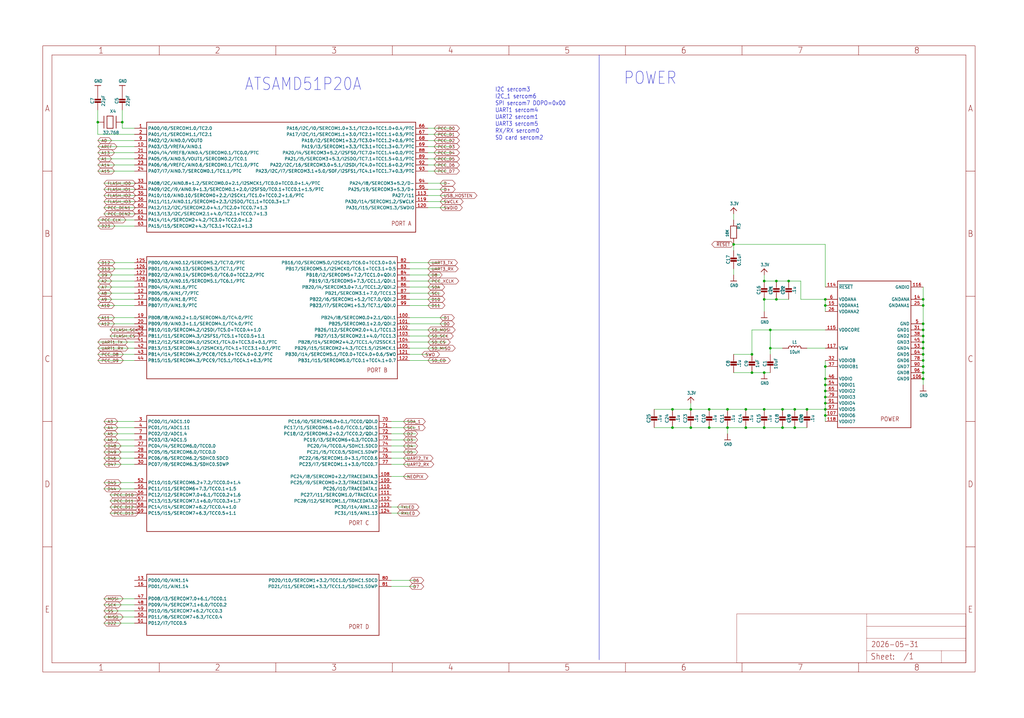
<source format=kicad_sch>
(kicad_sch (version 20230121) (generator eeschema)
  (paper "User" 425.45 298.602)
  (junction (at 312.42 154.94))
  (junction (at 383.54 137.16))
  (junction (at 294.64 170.18))
  (junction (at 322.58 124.46))
  (junction (at 287.02 177.8))
  (junction (at 302.26 177.8))
  (junction (at 383.54 147.32))
  (junction (at 317.5 154.94))
  (junction (at 342.9 167.64))
  (junction (at 317.5 170.18))
  (junction (at 279.4 177.8))
  (junction (at 317.5 177.8))
  (junction (at 304.8 101.6))
  (junction (at 312.42 147.32))
  (junction (at 342.9 165.1))
  (junction (at 330.2 177.8))
  (junction (at 342.9 124.46))
  (junction (at 50.8 50.8))
  (junction (at 320.04 144.78))
  (junction (at 383.54 139.7))
  (junction (at 309.88 177.8))
  (junction (at 383.54 134.62))
  (junction (at 302.26 170.18))
  (junction (at 342.9 152.4))
  (junction (at 40.64 50.8))
  (junction (at 320.04 137.16))
  (junction (at 342.9 157.48))
  (junction (at 342.9 162.56))
  (junction (at 335.28 170.18))
  (junction (at 330.2 170.18))
  (junction (at 325.12 170.18))
  (junction (at 325.12 177.8))
  (junction (at 383.54 124.46))
  (junction (at 383.54 144.78))
  (junction (at 317.5 116.84))
  (junction (at 327.66 116.84))
  (junction (at 342.9 160.02))
  (junction (at 322.58 116.84))
  (junction (at 309.88 170.18))
  (junction (at 294.64 177.8))
  (junction (at 383.54 127))
  (junction (at 383.54 142.24))
  (junction (at 342.9 172.72))
  (junction (at 383.54 149.86))
  (junction (at 383.54 154.94))
  (junction (at 383.54 152.4))
  (junction (at 317.5 124.46))
  (junction (at 342.9 127))
  (junction (at 383.54 157.48))
  (junction (at 279.4 170.18))
  (junction (at 342.9 170.18))
  (junction (at 287.02 170.18))
  (wire (pts (xy 327.66 124.46) (xy 322.58 124.46)) (stroke (width 0.1524)))
  (wire (pts (xy 55.88 111.76) (xy 40.64 111.76)) (stroke (width 0.1524)))
  (wire (pts (xy 170.18 132.08) (xy 185.42 132.08)) (stroke (width 0.1524)))
  (wire (pts (xy 177.8 78.74) (xy 185.42 78.74)) (stroke (width 0.1524)))
  (wire (pts (xy 304.8 114.3) (xy 304.8 111.76)) (stroke (width 0.1524)))
  (wire (pts (xy 43.18 177.8) (xy 55.88 177.8)) (stroke (width 0.1524)))
  (wire (pts (xy 43.18 88.9) (xy 55.88 88.9)) (stroke (width 0.1524)))
  (wire (pts (xy 177.8 71.12) (xy 185.42 71.12)) (stroke (width 0.1524)))
  (wire (pts (xy 43.18 180.34) (xy 55.88 180.34)) (stroke (width 0.1524)))
  (wire (pts (xy 55.88 91.44) (xy 40.64 91.44)) (stroke (width 0.1524)))
  (wire (pts (xy 162.56 210.82) (xy 170.18 210.82)) (stroke (width 0.1524)))
  (wire (pts (xy 55.88 144.78) (xy 40.64 144.78)) (stroke (width 0.1524)))
  (wire (pts (xy 279.4 177.8) (xy 271.78 177.8)) (stroke (width 0.1524)))
  (wire (pts (xy 302.26 180.34) (xy 302.26 177.8)) (stroke (width 0.1524)))
  (wire (pts (xy 177.8 76.2) (xy 185.42 76.2)) (stroke (width 0.1524)))
  (wire (pts (xy 55.88 200.66) (xy 43.18 200.66)) (stroke (width 0.1524)))
  (wire (pts (xy 170.18 139.7) (xy 185.42 139.7)) (stroke (width 0.1524)))
  (wire (pts (xy 383.54 134.62) (xy 383.54 127)) (stroke (width 0.1524)))
  (wire (pts (xy 55.88 114.3) (xy 40.64 114.3)) (stroke (width 0.1524)))
  (wire (pts (xy 40.64 121.92) (xy 55.88 121.92)) (stroke (width 0.1524)))
  (wire (pts (xy 317.5 114.3) (xy 317.5 116.84)) (stroke (width 0.1524)))
  (wire (pts (xy 55.88 81.28) (xy 43.18 81.28)) (stroke (width 0.1524)))
  (wire (pts (xy 177.8 66.04) (xy 187.96 66.04)) (stroke (width 0.1524)))
  (wire (pts (xy 342.9 137.16) (xy 320.04 137.16)) (stroke (width 0.1524)))
  (wire (pts (xy 162.56 243.84) (xy 172.72 243.84)) (stroke (width 0.1524)))
  (wire (pts (xy 55.88 83.82) (xy 43.18 83.82)) (stroke (width 0.1524)))
  (wire (pts (xy 383.54 147.32) (xy 383.54 144.78)) (stroke (width 0.1524)))
  (wire (pts (xy 170.18 127) (xy 182.88 127)) (stroke (width 0.1524)))
  (wire (pts (xy 317.5 124.46) (xy 317.5 129.54)) (stroke (width 0.1524)))
  (wire (pts (xy 342.9 162.56) (xy 342.9 165.1)) (stroke (width 0.1524)))
  (wire (pts (xy 55.88 187.96) (xy 43.18 187.96)) (stroke (width 0.1524)))
  (wire (pts (xy 55.88 185.42) (xy 43.18 185.42)) (stroke (width 0.1524)))
  (wire (pts (xy 162.56 193.04) (xy 170.18 193.04)) (stroke (width 0.1524)))
  (wire (pts (xy 330.2 177.8) (xy 335.28 177.8)) (stroke (width 0.1524)))
  (wire (pts (xy 170.18 142.24) (xy 185.42 142.24)) (stroke (width 0.1524)))
  (wire (pts (xy 342.9 129.54) (xy 342.9 127)) (stroke (width 0.1524)))
  (wire (pts (xy 55.88 210.82) (xy 45.72 210.82)) (stroke (width 0.1524)))
  (wire (pts (xy 170.18 119.38) (xy 182.88 119.38)) (stroke (width 0.1524)))
  (wire (pts (xy 55.88 63.5) (xy 40.64 63.5)) (stroke (width 0.1524)))
  (wire (pts (xy 162.56 241.3) (xy 172.72 241.3)) (stroke (width 0.1524)))
  (wire (pts (xy 162.56 213.36) (xy 170.18 213.36)) (stroke (width 0.1524)))
  (wire (pts (xy 40.64 71.12) (xy 55.88 71.12)) (stroke (width 0.1524)))
  (wire (pts (xy 55.88 205.74) (xy 45.72 205.74)) (stroke (width 0.1524)))
  (wire (pts (xy 177.8 83.82) (xy 185.42 83.82)) (stroke (width 0.1524)))
  (wire (pts (xy 170.18 134.62) (xy 185.42 134.62)) (stroke (width 0.1524)))
  (wire (pts (xy 55.88 66.04) (xy 40.64 66.04)) (stroke (width 0.1524)))
  (wire (pts (xy 170.18 137.16) (xy 185.42 137.16)) (stroke (width 0.1524)))
  (wire (pts (xy 55.88 68.58) (xy 40.64 68.58)) (stroke (width 0.1524)))
  (wire (pts (xy 287.02 170.18) (xy 294.64 170.18)) (stroke (width 0.1524)))
  (wire (pts (xy 342.9 160.02) (xy 342.9 162.56)) (stroke (width 0.1524)))
  (wire (pts (xy 162.56 187.96) (xy 172.72 187.96)) (stroke (width 0.1524)))
  (wire (pts (xy 294.64 177.8) (xy 302.26 177.8)) (stroke (width 0.1524)))
  (wire (pts (xy 170.18 147.32) (xy 177.8 147.32)) (stroke (width 0.1524)))
  (wire (pts (xy 177.8 63.5) (xy 187.96 63.5)) (stroke (width 0.1524)))
  (wire (pts (xy 335.28 170.18) (xy 330.2 170.18)) (stroke (width 0.1524)))
  (wire (pts (xy 187.96 55.88) (xy 177.8 55.88)) (stroke (width 0.1524)))
  (wire (pts (xy 383.54 154.94) (xy 383.54 152.4)) (stroke (width 0.1524)))
  (wire (pts (xy 287.02 167.64) (xy 287.02 170.18)) (stroke (width 0.1524)))
  (wire (pts (xy 55.88 139.7) (xy 45.72 139.7)) (stroke (width 0.1524)))
  (wire (pts (xy 304.8 101.6) (xy 342.9 101.6)) (stroke (width 0.1524)))
  (wire (pts (xy 312.42 154.94) (xy 317.5 154.94)) (stroke (width 0.1524)))
  (wire (pts (xy 302.26 177.8) (xy 309.88 177.8)) (stroke (width 0.1524)))
  (wire (pts (xy 170.18 121.92) (xy 182.88 121.92)) (stroke (width 0.1524)))
  (wire (pts (xy 162.56 175.26) (xy 172.72 175.26)) (stroke (width 0.1524)))
  (wire (pts (xy 342.9 144.78) (xy 335.28 144.78)) (stroke (width 0.1524)))
  (wire (pts (xy 55.88 248.92) (xy 43.18 248.92)) (stroke (width 0.1524)))
  (wire (pts (xy 55.88 93.98) (xy 40.64 93.98)) (stroke (width 0.1524)))
  (wire (pts (xy 287.02 170.18) (xy 279.4 170.18)) (stroke (width 0.1524)))
  (wire (pts (xy 383.54 157.48) (xy 383.54 154.94)) (stroke (width 0.1524)))
  (wire (pts (xy 279.4 170.18) (xy 271.78 170.18)) (stroke (width 0.1524)))
  (wire (pts (xy 40.64 50.8) (xy 40.64 45.72)) (stroke (width 0.1524)))
  (wire (pts (xy 342.9 170.18) (xy 342.9 172.72)) (stroke (width 0.1524)))
  (wire (pts (xy 325.12 170.18) (xy 330.2 170.18)) (stroke (width 0.1524)))
  (wire (pts (xy 335.28 170.18) (xy 342.9 170.18)) (stroke (width 0.1524)))
  (wire (pts (xy 55.88 254) (xy 43.18 254)) (stroke (width 0.1524)))
  (wire (pts (xy 342.9 165.1) (xy 342.9 167.64)) (stroke (width 0.1524)))
  (wire (pts (xy 162.56 185.42) (xy 172.72 185.42)) (stroke (width 0.1524)))
  (wire (pts (xy 177.8 81.28) (xy 185.42 81.28)) (stroke (width 0.1524)))
  (wire (pts (xy 304.8 88.9) (xy 304.8 91.44)) (stroke (width 0.1524)))
  (wire (pts (xy 43.18 175.26) (xy 55.88 175.26)) (stroke (width 0.1524)))
  (wire (pts (xy 170.18 124.46) (xy 182.88 124.46)) (stroke (width 0.1524)))
  (wire (pts (xy 327.66 116.84) (xy 322.58 116.84)) (stroke (width 0.1524)))
  (wire (pts (xy 55.88 213.36) (xy 45.72 213.36)) (stroke (width 0.1524)))
  (wire (pts (xy 320.04 137.16) (xy 312.42 137.16)) (stroke (width 0.1524)))
  (wire (pts (xy 320.04 144.78) (xy 320.04 147.32)) (stroke (width 0.1524)))
  (wire (pts (xy 383.54 142.24) (xy 383.54 139.7)) (stroke (width 0.1524)))
  (wire (pts (xy 162.56 198.12) (xy 170.18 198.12)) (stroke (width 0.1524)))
  (wire (pts (xy 287.02 177.8) (xy 279.4 177.8)) (stroke (width 0.1524)))
  (wire (pts (xy 55.88 58.42) (xy 40.64 58.42)) (stroke (width 0.1524)))
  (wire (pts (xy 170.18 114.3) (xy 182.88 114.3)) (stroke (width 0.1524)))
  (wire (pts (xy 55.88 78.74) (xy 43.18 78.74)) (stroke (width 0.1524)))
  (wire (pts (xy 170.18 144.78) (xy 185.42 144.78)) (stroke (width 0.1524)))
  (wire (pts (xy 383.54 127) (xy 383.54 124.46)) (stroke (width 0.1524)))
  (wire (pts (xy 55.88 149.86) (xy 40.64 149.86)) (stroke (width 0.1524)))
  (wire (pts (xy 332.74 116.84) (xy 327.66 116.84)) (stroke (width 0.1524)))
  (wire (pts (xy 40.64 127) (xy 55.88 127)) (stroke (width 0.1524)))
  (wire (pts (xy 55.88 55.88) (xy 40.64 55.88)) (stroke (width 0.1524)))
  (wire (pts (xy 55.88 190.5) (xy 43.18 190.5)) (stroke (width 0.1524)))
  (wire (pts (xy 342.9 167.64) (xy 342.9 170.18)) (stroke (width 0.1524)))
  (wire (pts (xy 294.64 177.8) (xy 287.02 177.8)) (stroke (width 0.1524)))
  (wire (pts (xy 170.18 116.84) (xy 182.88 116.84)) (stroke (width 0.1524)))
  (wire (pts (xy 55.88 53.34) (xy 50.8 53.34)) (stroke (width 0.1524)))
  (wire (pts (xy 162.56 190.5) (xy 170.18 190.5)) (stroke (width 0.1524)))
  (wire (pts (xy 162.56 180.34) (xy 172.72 180.34)) (stroke (width 0.1524)))
  (wire (pts (xy 162.56 177.8) (xy 172.72 177.8)) (stroke (width 0.1524)))
  (wire (pts (xy 55.88 193.04) (xy 43.18 193.04)) (stroke (width 0.1524)))
  (wire (pts (xy 342.9 152.4) (xy 342.9 157.48)) (stroke (width 0.1524)))
  (wire (pts (xy 177.8 86.36) (xy 185.42 86.36)) (stroke (width 0.1524)))
  (wire (pts (xy 162.56 182.88) (xy 172.72 182.88)) (stroke (width 0.1524)))
  (wire (pts (xy 342.9 149.86) (xy 342.9 152.4)) (stroke (width 0.1524)))
  (wire (pts (xy 383.54 139.7) (xy 383.54 137.16)) (stroke (width 0.1524)))
  (wire (pts (xy 304.8 104.14) (xy 304.8 101.6)) (stroke (width 0.1524)))
  (wire (pts (xy 40.64 132.08) (xy 55.88 132.08)) (stroke (width 0.1524)))
  (wire (pts (xy 187.96 58.42) (xy 177.8 58.42)) (stroke (width 0.1524)))
  (wire (pts (xy 177.8 68.58) (xy 185.42 68.58)) (stroke (width 0.1524)))
  (wire (pts (xy 40.64 124.46) (xy 55.88 124.46)) (stroke (width 0.1524)))
  (wire (pts (xy 342.9 172.72) (xy 342.9 175.26)) (stroke (width 0.1524)))
  (wire (pts (xy 55.88 251.46) (xy 43.18 251.46)) (stroke (width 0.1524)))
  (wire (pts (xy 317.5 170.18) (xy 309.88 170.18)) (stroke (width 0.1524)))
  (wire (pts (xy 55.88 76.2) (xy 43.18 76.2)) (stroke (width 0.1524)))
  (wire (pts (xy 55.88 60.96) (xy 40.64 60.96)) (stroke (width 0.1524)))
  (wire (pts (xy 383.54 137.16) (xy 383.54 134.62)) (stroke (width 0.1524)))
  (wire (pts (xy 325.12 144.78) (xy 320.04 144.78)) (stroke (width 0.1524)))
  (wire (pts (xy 317.5 177.8) (xy 325.12 177.8)) (stroke (width 0.1524)))
  (wire (pts (xy 302.26 170.18) (xy 309.88 170.18)) (stroke (width 0.1524)))
  (wire (pts (xy 55.88 142.24) (xy 40.64 142.24)) (stroke (width 0.1524)))
  (wire (pts (xy 320.04 137.16) (xy 320.04 144.78)) (stroke (width 0.1524)))
  (wire (pts (xy 342.9 124.46) (xy 332.74 124.46)) (stroke (width 0.1524)))
  (wire (pts (xy 43.18 182.88) (xy 55.88 182.88)) (stroke (width 0.1524)))
  (wire (pts (xy 43.18 86.36) (xy 55.88 86.36)) (stroke (width 0.1524)))
  (wire (pts (xy 187.96 53.34) (xy 177.8 53.34)) (stroke (width 0.1524)))
  (wire (pts (xy 170.18 109.22) (xy 182.88 109.22)) (stroke (width 0.1524)))
  (wire (pts (xy 309.88 177.8) (xy 317.5 177.8)) (stroke (width 0.1524)))
  (wire (pts (xy 55.88 147.32) (xy 40.64 147.32)) (stroke (width 0.1524)))
  (wire (pts (xy 383.54 124.46) (xy 383.54 119.38)) (stroke (width 0.1524)))
  (wire (pts (xy 342.9 101.6) (xy 342.9 119.38)) (stroke (width 0.1524)))
  (wire (pts (xy 383.54 160.02) (xy 383.54 157.48)) (stroke (width 0.1524)))
  (wire (pts (xy 55.88 208.28) (xy 45.72 208.28)) (stroke (width 0.1524)))
  (wire (pts (xy 50.8 45.72) (xy 50.8 50.8)) (stroke (width 0.1524)))
  (wire (pts (xy 332.74 124.46) (xy 332.74 116.84)) (stroke (width 0.1524)))
  (wire (pts (xy 325.12 177.8) (xy 330.2 177.8)) (stroke (width 0.1524)))
  (wire (pts (xy 55.88 256.54) (xy 43.18 256.54)) (stroke (width 0.1524)))
  (wire (pts (xy 383.54 152.4) (xy 383.54 149.86)) (stroke (width 0.1524)))
  (wire (pts (xy 383.54 144.78) (xy 383.54 142.24)) (stroke (width 0.1524)))
  (wire (pts (xy 40.64 116.84) (xy 55.88 116.84)) (stroke (width 0.1524)))
  (wire (pts (xy 342.9 127) (xy 342.9 124.46)) (stroke (width 0.1524)))
  (wire (pts (xy 170.18 149.86) (xy 185.42 149.86)) (stroke (width 0.1524)))
  (wire (pts (xy 187.96 60.96) (xy 177.8 60.96)) (stroke (width 0.1524)))
  (wire (pts (xy 40.64 134.62) (xy 55.88 134.62)) (stroke (width 0.1524)))
  (wire (pts (xy 320.04 154.94) (xy 317.5 154.94)) (stroke (width 0.1524)))
  (wire (pts (xy 294.64 170.18) (xy 302.26 170.18)) (stroke (width 0.1524)))
  (wire (pts (xy 342.9 157.48) (xy 342.9 160.02)) (stroke (width 0.1524)))
  (wire (pts (xy 312.42 137.16) (xy 312.42 147.32)) (stroke (width 0.1524)))
  (wire (pts (xy 317.5 170.18) (xy 325.12 170.18)) (stroke (width 0.1524)))
  (wire (pts (xy 383.54 149.86) (xy 383.54 147.32)) (stroke (width 0.1524)))
  (wire (pts (xy 40.64 55.88) (xy 40.64 50.8)) (stroke (width 0.1524)))
  (wire (pts (xy 170.18 111.76) (xy 182.88 111.76)) (stroke (width 0.1524)))
  (polyline (pts (xy 248.92 22.86) (xy 248.92 274.32)) (stroke (width 0.1524) (type solid)))
  (wire (pts (xy 322.58 124.46) (xy 317.5 124.46)) (stroke (width 0.1524)))
  (wire (pts (xy 322.58 116.84) (xy 317.5 116.84)) (stroke (width 0.1524)))
  (wire (pts (xy 312.42 154.94) (xy 304.8 154.94)) (stroke (width 0.1524)))
  (wire (pts (xy 304.8 147.32) (xy 312.42 147.32)) (stroke (width 0.1524)))
  (wire (pts (xy 55.88 203.2) (xy 43.18 203.2)) (stroke (width 0.1524)))
  (wire (pts (xy 40.64 119.38) (xy 55.88 119.38)) (stroke (width 0.1524)))
  (wire (pts (xy 55.88 137.16) (xy 45.72 137.16)) (stroke (width 0.1524)))
  (wire (pts (xy 55.88 109.22) (xy 40.64 109.22)) (stroke (width 0.1524)))
  (wire (pts (xy 50.8 53.34) (xy 50.8 50.8)) (stroke (width 0.1524)))
  (wire (pts (xy 55.88 259.08) (xy 43.18 259.08)) (stroke (width 0.1524)))
  (text "POWER" (at 259.08 35.56 0) (effects (font (size 5.08 4.318)) (justify left bottom)))
  (text "I2C sercom3\nI2C_1 sercom6\nSPI sercom7 DOPO=0x00\nUART1 sercom4\nUART2 sercom1\nUART3 sercom5\nRX/RX sercom0\nSD card sercom2" (at 205.74 58.42 0) (effects (font (size 1.778 1.5113)) (justify left bottom)))
  (text "ATSAMD51P20A" (at 101.6 38.1 0) (effects (font (size 5.08 4.318)) (justify left bottom)))
  (global_label "D10" (shape bidirectional) (at 177.8 124.46 0) (effects (font (size 1.2446 1.2446))) (property "Intersheetrefs" "${INTERSHEET_REFS}" (effects hide)))
  (global_label "A11" (shape bidirectional) (at 40.64 132.08 0) (effects (font (size 1.2446 1.2446))) (property "Intersheetrefs" "${INTERSHEET_REFS}" (effects hide)))
  (global_label "D7" (shape bidirectional) (at 170.18 243.84 0) (effects (font (size 1.2446 1.2446))) (property "Intersheetrefs" "${INTERSHEET_REFS}" (effects hide)))
  (global_label "A1" (shape bidirectional) (at 40.64 66.04 0) (effects (font (size 1.2446 1.2446))) (property "Intersheetrefs" "${INTERSHEET_REFS}" (effects hide)))
  (global_label "TXLED" (shape bidirectional) (at 165.1 210.82 0) (effects (font (size 1.2446 1.2446))) (property "Intersheetrefs" "${INTERSHEET_REFS}" (effects hide)))
  (global_label "D6" (shape bidirectional) (at 170.18 241.3 0) (effects (font (size 1.2446 1.2446))) (property "Intersheetrefs" "${INTERSHEET_REFS}" (effects hide)))
  (global_label "D1" (shape bidirectional) (at 182.88 132.08 0) (effects (font (size 1.2446 1.2446))) (property "Intersheetrefs" "${INTERSHEET_REFS}" (effects hide)))
  (global_label "PCC_DEN2" (shape bidirectional) (at 43.18 88.9 0) (effects (font (size 1.2446 1.2446))) (property "Intersheetrefs" "${INTERSHEET_REFS}" (effects hide)))
  (global_label "D23" (shape bidirectional) (at 40.64 93.98 0) (effects (font (size 1.2446 1.2446))) (property "Intersheetrefs" "${INTERSHEET_REFS}" (effects hide)))
  (global_label "A14" (shape bidirectional) (at 40.64 68.58 0) (effects (font (size 1.2446 1.2446))) (property "Intersheetrefs" "${INTERSHEET_REFS}" (effects hide)))
  (global_label "A0" (shape bidirectional) (at 40.64 58.42 0) (effects (font (size 1.2446 1.2446))) (property "Intersheetrefs" "${INTERSHEET_REFS}" (effects hide)))
  (global_label "PCC_XCLK" (shape bidirectional) (at 177.8 116.84 0) (effects (font (size 1.2446 1.2446))) (property "Intersheetrefs" "${INTERSHEET_REFS}" (effects hide)))
  (global_label "SCK" (shape bidirectional) (at 43.18 251.46 0) (effects (font (size 1.2446 1.2446))) (property "Intersheetrefs" "${INTERSHEET_REFS}" (effects hide)))
  (global_label "D9" (shape bidirectional) (at 40.64 114.3 0) (effects (font (size 1.2446 1.2446))) (property "Intersheetrefs" "${INTERSHEET_REFS}" (effects hide)))
  (global_label "UART3_TX" (shape bidirectional) (at 177.8 109.22 0) (effects (font (size 1.2446 1.2446))) (property "Intersheetrefs" "${INTERSHEET_REFS}" (effects hide)))
  (global_label "UART3_RX" (shape bidirectional) (at 177.8 111.76 0) (effects (font (size 1.2446 1.2446))) (property "Intersheetrefs" "${INTERSHEET_REFS}" (effects hide)))
  (global_label "FLASH_IO1" (shape bidirectional) (at 43.18 78.74 0) (effects (font (size 1.2446 1.2446))) (property "Intersheetrefs" "${INTERSHEET_REFS}" (effects hide)))
  (global_label "PCC_D4" (shape bidirectional) (at 180.34 63.5 0) (effects (font (size 1.2446 1.2446))) (property "Intersheetrefs" "${INTERSHEET_REFS}" (effects hide)))
  (global_label "UART1_RX" (shape bidirectional) (at 40.64 144.78 0) (effects (font (size 1.2446 1.2446))) (property "Intersheetrefs" "${INTERSHEET_REFS}" (effects hide)))
  (global_label "A9" (shape bidirectional) (at 40.64 124.46 0) (effects (font (size 1.2446 1.2446))) (property "Intersheetrefs" "${INTERSHEET_REFS}" (effects hide)))
  (global_label "USB_HOSTEN" (shape bidirectional) (at 182.88 81.28 0) (effects (font (size 1.2446 1.2446))) (property "Intersheetrefs" "${INTERSHEET_REFS}" (effects hide)))
  (global_label "A12" (shape bidirectional) (at 40.64 134.62 0) (effects (font (size 1.2446 1.2446))) (property "Intersheetrefs" "${INTERSHEET_REFS}" (effects hide)))
  (global_label "A3" (shape bidirectional) (at 43.18 175.26 0) (effects (font (size 1.2446 1.2446))) (property "Intersheetrefs" "${INTERSHEET_REFS}" (effects hide)))
  (global_label "UART2_TX" (shape bidirectional) (at 167.64 190.5 0) (effects (font (size 1.2446 1.2446))) (property "Intersheetrefs" "${INTERSHEET_REFS}" (effects hide)))
  (global_label "~{RESET}" (shape bidirectional) (at 304.8 101.6 180) (effects (font (size 1.2446 1.2446))) (property "Intersheetrefs" "${INTERSHEET_REFS}" (effects hide)))
  (global_label "A10" (shape bidirectional) (at 40.64 127 0) (effects (font (size 1.2446 1.2446))) (property "Intersheetrefs" "${INTERSHEET_REFS}" (effects hide)))
  (global_label "PCC_D1" (shape bidirectional) (at 180.34 55.88 0) (effects (font (size 1.2446 1.2446))) (property "Intersheetrefs" "${INTERSHEET_REFS}" (effects hide)))
  (global_label "D47" (shape bidirectional) (at 43.18 193.04 0) (effects (font (size 1.2446 1.2446))) (property "Intersheetrefs" "${INTERSHEET_REFS}" (effects hide)))
  (global_label "D13" (shape bidirectional) (at 40.64 111.76 0) (effects (font (size 1.2446 1.2446))) (property "Intersheetrefs" "${INTERSHEET_REFS}" (effects hide)))
  (global_label "A4" (shape bidirectional) (at 43.18 177.8 0) (effects (font (size 1.2446 1.2446))) (property "Intersheetrefs" "${INTERSHEET_REFS}" (effects hide)))
  (global_label "SCL" (shape bidirectional) (at 177.8 121.92 0) (effects (font (size 1.2446 1.2446))) (property "Intersheetrefs" "${INTERSHEET_REFS}" (effects hide)))
  (global_label "PCC_D7" (shape bidirectional) (at 180.34 71.12 0) (effects (font (size 1.2446 1.2446))) (property "Intersheetrefs" "${INTERSHEET_REFS}" (effects hide)))
  (global_label "SDA" (shape bidirectional) (at 177.8 119.38 0) (effects (font (size 1.2446 1.2446))) (property "Intersheetrefs" "${INTERSHEET_REFS}" (effects hide)))
  (global_label "D44" (shape bidirectional) (at 43.18 203.2 0) (effects (font (size 1.2446 1.2446))) (property "Intersheetrefs" "${INTERSHEET_REFS}" (effects hide)))
  (global_label "PCC_D2" (shape bidirectional) (at 180.34 58.42 0) (effects (font (size 1.2446 1.2446))) (property "Intersheetrefs" "${INTERSHEET_REFS}" (effects hide)))
  (global_label "PCC_D11" (shape bidirectional) (at 45.72 208.28 0) (effects (font (size 1.2446 1.2446))) (property "Intersheetrefs" "${INTERSHEET_REFS}" (effects hide)))
  (global_label "SS" (shape bidirectional) (at 43.18 254 0) (effects (font (size 1.2446 1.2446))) (property "Intersheetrefs" "${INTERSHEET_REFS}" (effects hide)))
  (global_label "A2" (shape bidirectional) (at 40.64 116.84 0) (effects (font (size 1.2446 1.2446))) (property "Intersheetrefs" "${INTERSHEET_REFS}" (effects hide)))
  (global_label "FLASH_IO2" (shape bidirectional) (at 43.18 81.28 0) (effects (font (size 1.2446 1.2446))) (property "Intersheetrefs" "${INTERSHEET_REFS}" (effects hide)))
  (global_label "PCC_D5" (shape bidirectional) (at 180.34 66.04 0) (effects (font (size 1.2446 1.2446))) (property "Intersheetrefs" "${INTERSHEET_REFS}" (effects hide)))
  (global_label "SCL_1" (shape bidirectional) (at 167.64 177.8 0) (effects (font (size 1.2446 1.2446))) (property "Intersheetrefs" "${INTERSHEET_REFS}" (effects hide)))
  (global_label "PCC_D8" (shape bidirectional) (at 40.64 147.32 0) (effects (font (size 1.2446 1.2446))) (property "Intersheetrefs" "${INTERSHEET_REFS}" (effects hide)))
  (global_label "PCC_D6" (shape bidirectional) (at 180.34 68.58 0) (effects (font (size 1.2446 1.2446))) (property "Intersheetrefs" "${INTERSHEET_REFS}" (effects hide)))
  (global_label "AREF" (shape bidirectional) (at 40.64 60.96 0) (effects (font (size 1.2446 1.2446))) (property "Intersheetrefs" "${INTERSHEET_REFS}" (effects hide)))
  (global_label "UART2_RX" (shape bidirectional) (at 167.64 193.04 0) (effects (font (size 1.2446 1.2446))) (property "Intersheetrefs" "${INTERSHEET_REFS}" (effects hide)))
  (global_label "SWDIO" (shape bidirectional) (at 182.88 86.36 0) (effects (font (size 1.2446 1.2446))) (property "Intersheetrefs" "${INTERSHEET_REFS}" (effects hide)))
  (global_label "D-" (shape bidirectional) (at 182.88 76.2 0) (effects (font (size 1.2446 1.2446))) (property "Intersheetrefs" "${INTERSHEET_REFS}" (effects hide)))
  (global_label "RXLED" (shape bidirectional) (at 165.1 213.36 0) (effects (font (size 1.2446 1.2446))) (property "Intersheetrefs" "${INTERSHEET_REFS}" (effects hide)))
  (global_label "MOSI" (shape bidirectional) (at 43.18 248.92 0) (effects (font (size 1.2446 1.2446))) (property "Intersheetrefs" "${INTERSHEET_REFS}" (effects hide)))
  (global_label "FLASH_IO0" (shape bidirectional) (at 43.18 76.2 0) (effects (font (size 1.2446 1.2446))) (property "Intersheetrefs" "${INTERSHEET_REFS}" (effects hide)))
  (global_label "D3" (shape bidirectional) (at 167.64 182.88 0) (effects (font (size 1.2446 1.2446))) (property "Intersheetrefs" "${INTERSHEET_REFS}" (effects hide)))
  (global_label "D12" (shape bidirectional) (at 40.64 109.22 0) (effects (font (size 1.2446 1.2446))) (property "Intersheetrefs" "${INTERSHEET_REFS}" (effects hide)))
  (global_label "FLASH_SCK" (shape bidirectional) (at 45.72 137.16 0) (effects (font (size 1.2446 1.2446))) (property "Intersheetrefs" "${INTERSHEET_REFS}" (effects hide)))
  (global_label "SD_SCK" (shape bidirectional) (at 177.8 139.7 0) (effects (font (size 1.2446 1.2446))) (property "Intersheetrefs" "${INTERSHEET_REFS}" (effects hide)))
  (global_label "PCC_D12" (shape bidirectional) (at 45.72 210.82 0) (effects (font (size 1.2446 1.2446))) (property "Intersheetrefs" "${INTERSHEET_REFS}" (effects hide)))
  (global_label "D48" (shape bidirectional) (at 43.18 185.42 0) (effects (font (size 1.2446 1.2446))) (property "Intersheetrefs" "${INTERSHEET_REFS}" (effects hide)))
  (global_label "A13" (shape bidirectional) (at 40.64 63.5 0) (effects (font (size 1.2446 1.2446))) (property "Intersheetrefs" "${INTERSHEET_REFS}" (effects hide)))
  (global_label "NEOPIX" (shape bidirectional) (at 167.64 198.12 0) (effects (font (size 1.2446 1.2446))) (property "Intersheetrefs" "${INTERSHEET_REFS}" (effects hide)))
  (global_label "SDA_1" (shape bidirectional) (at 167.64 175.26 0) (effects (font (size 1.2446 1.2446))) (property "Intersheetrefs" "${INTERSHEET_REFS}" (effects hide)))
  (global_label "D0" (shape bidirectional) (at 182.88 134.62 0) (effects (font (size 1.2446 1.2446))) (property "Intersheetrefs" "${INTERSHEET_REFS}" (effects hide)))
  (global_label "A5" (shape bidirectional) (at 43.18 180.34 0) (effects (font (size 1.2446 1.2446))) (property "Intersheetrefs" "${INTERSHEET_REFS}" (effects hide)))
  (global_label "SD_MISO" (shape bidirectional) (at 177.8 144.78 0) (effects (font (size 1.2446 1.2446))) (property "Intersheetrefs" "${INTERSHEET_REFS}" (effects hide)))
  (global_label "FLASH_CS" (shape bidirectional) (at 45.72 139.7 0) (effects (font (size 1.2446 1.2446))) (property "Intersheetrefs" "${INTERSHEET_REFS}" (effects hide)))
  (global_label "UART1_TX" (shape bidirectional) (at 40.64 142.24 0) (effects (font (size 1.2446 1.2446))) (property "Intersheetrefs" "${INTERSHEET_REFS}" (effects hide)))
  (global_label "D46" (shape bidirectional) (at 43.18 190.5 0) (effects (font (size 1.2446 1.2446))) (property "Intersheetrefs" "${INTERSHEET_REFS}" (effects hide)))
  (global_label "A6" (shape bidirectional) (at 43.18 182.88 0) (effects (font (size 1.2446 1.2446))) (property "Intersheetrefs" "${INTERSHEET_REFS}" (effects hide)))
  (global_label "A8" (shape bidirectional) (at 40.64 121.92 0) (effects (font (size 1.2446 1.2446))) (property "Intersheetrefs" "${INTERSHEET_REFS}" (effects hide)))
  (global_label "SD_MOSI" (shape bidirectional) (at 177.8 137.16 0) (effects (font (size 1.2446 1.2446))) (property "Intersheetrefs" "${INTERSHEET_REFS}" (effects hide)))
  (global_label "D11" (shape bidirectional) (at 177.8 127 0) (effects (font (size 1.2446 1.2446))) (property "Intersheetrefs" "${INTERSHEET_REFS}" (effects hide)))
  (global_label "FLASH_IO3" (shape bidirectional) (at 43.18 83.82 0) (effects (font (size 1.2446 1.2446))) (property "Intersheetrefs" "${INTERSHEET_REFS}" (effects hide)))
  (global_label "D5" (shape bidirectional) (at 167.64 187.96 0) (effects (font (size 1.2446 1.2446))) (property "Intersheetrefs" "${INTERSHEET_REFS}" (effects hide)))
  (global_label "SWO" (shape bidirectional) (at 175.26 147.32 0) (effects (font (size 1.2446 1.2446))) (property "Intersheetrefs" "${INTERSHEET_REFS}" (effects hide)))
  (global_label "D4" (shape bidirectional) (at 167.64 185.42 0) (effects (font (size 1.2446 1.2446))) (property "Intersheetrefs" "${INTERSHEET_REFS}" (effects hide)))
  (global_label "PCC_D10" (shape bidirectional) (at 45.72 205.74 0) (effects (font (size 1.2446 1.2446))) (property "Intersheetrefs" "${INTERSHEET_REFS}" (effects hide)))
  (global_label "D45" (shape bidirectional) (at 43.18 200.66 0) (effects (font (size 1.2446 1.2446))) (property "Intersheetrefs" "${INTERSHEET_REFS}" (effects hide)))
  (global_label "D22" (shape bidirectional) (at 43.18 259.08 0) (effects (font (size 1.2446 1.2446))) (property "Intersheetrefs" "${INTERSHEET_REFS}" (effects hide)))
  (global_label "PCC_D9" (shape bidirectional) (at 40.64 149.86 0) (effects (font (size 1.2446 1.2446))) (property "Intersheetrefs" "${INTERSHEET_REFS}" (effects hide)))
  (global_label "SWCLK" (shape bidirectional) (at 182.88 83.82 0) (effects (font (size 1.2446 1.2446))) (property "Intersheetrefs" "${INTERSHEET_REFS}" (effects hide)))
  (global_label "D49" (shape bidirectional) (at 43.18 187.96 0) (effects (font (size 1.2446 1.2446))) (property "Intersheetrefs" "${INTERSHEET_REFS}" (effects hide)))
  (global_label "SD_CS" (shape bidirectional) (at 177.8 142.24 0) (effects (font (size 1.2446 1.2446))) (property "Intersheetrefs" "${INTERSHEET_REFS}" (effects hide)))
  (global_label "MISO" (shape bidirectional) (at 43.18 256.54 0) (effects (font (size 1.2446 1.2446))) (property "Intersheetrefs" "${INTERSHEET_REFS}" (effects hide)))
  (global_label "D2" (shape bidirectional) (at 167.64 180.34 0) (effects (font (size 1.2446 1.2446))) (property "Intersheetrefs" "${INTERSHEET_REFS}" (effects hide)))
  (global_label "PCC_DEN1" (shape bidirectional) (at 43.18 86.36 0) (effects (font (size 1.2446 1.2446))) (property "Intersheetrefs" "${INTERSHEET_REFS}" (effects hide)))
  (global_label "PCC_D0" (shape bidirectional) (at 180.34 53.34 0) (effects (font (size 1.2446 1.2446))) (property "Intersheetrefs" "${INTERSHEET_REFS}" (effects hide)))
  (global_label "D8" (shape bidirectional) (at 177.8 114.3 0) (effects (font (size 1.2446 1.2446))) (property "Intersheetrefs" "${INTERSHEET_REFS}" (effects hide)))
  (global_label "PCC_CLK" (shape bidirectional) (at 40.64 91.44 0) (effects (font (size 1.2446 1.2446))) (property "Intersheetrefs" "${INTERSHEET_REFS}" (effects hide)))
  (global_label "A7" (shape bidirectional) (at 40.64 119.38 0) (effects (font (size 1.2446 1.2446))) (property "Intersheetrefs" "${INTERSHEET_REFS}" (effects hide)))
  (global_label "D+" (shape bidirectional) (at 182.88 78.74 0) (effects (font (size 1.2446 1.2446))) (property "Intersheetrefs" "${INTERSHEET_REFS}" (effects hide)))
  (global_label "PCC_D3" (shape bidirectional) (at 180.34 60.96 0) (effects (font (size 1.2446 1.2446))) (property "Intersheetrefs" "${INTERSHEET_REFS}" (effects hide)))
  (global_label "A15" (shape bidirectional) (at 40.64 71.12 0) (effects (font (size 1.2446 1.2446))) (property "Intersheetrefs" "${INTERSHEET_REFS}" (effects hide)))
  (global_label "SD_CD" (shape bidirectional) (at 177.8 149.86 0) (effects (font (size 1.2446 1.2446))) (property "Intersheetrefs" "${INTERSHEET_REFS}" (effects hide)))
  (global_label "PCC_D13" (shape bidirectional) (at 45.72 213.36 0) (effects (font (size 1.2446 1.2446))) (property "Intersheetrefs" "${INTERSHEET_REFS}" (effects hide)))
  (symbol (lib_id "working-eagle-import:SAMD51PXXA") (at 109.22 254 0) (unit 4)
    (property "Reference" "U$1" (effects hide))
    (property "Value" "SAMD51PXXA" (effects hide))
    (property "Footprint" "working:SQFP-S-14X14-128" (effects hide))
  )
  (symbol (lib_id "working-eagle-import:CAP_CERAMIC0603_NO") (at 294.64 172.72 0) (mirror x) (unit 1)
    (property "Reference" "C10" (at 292.35 173.97 90))
    (property "Value" ".1u" (at 296.94 173.97 90))
    (property "Footprint" "working:0603-NO" (effects hide))
  )
  (symbol (lib_id "working-eagle-import:CAP_CERAMIC0603_NO") (at 317.5 172.72 0) (mirror x) (unit 1)
    (property "Reference" "C15" (at 315.21 173.97 90))
    (property "Value" ".1u" (at 319.8 173.97 90))
    (property "Footprint" "working:0603-NO" (effects hide))
  )
  (symbol (lib_id "working-eagle-import:RESISTOR_0603_NOOUT") (at 304.8 96.52 270) (unit 1)
    (property "Reference" "R3" (at 306.2986 92.71 0) (effects (justify left bottom)))
    (property "Value" "10K" (at 301.498 95.25 0) (effects (font (size 1.016 1.016) bold) (justify left bottom)))
    (property "Footprint" "working:0603-NO" (effects hide))
  )
  (symbol (lib_id "working-eagle-import:CAP_CERAMIC0603_NO") (at 279.4 172.72 0) (mirror x) (unit 1)
    (property "Reference" "C24" (at 277.11 173.97 90))
    (property "Value" ".1u" (at 281.7 173.97 90))
    (property "Footprint" "working:0603-NO" (effects hide))
  )
  (symbol (lib_id "working-eagle-import:SAMD51PXXA") (at 363.22 142.24 0) (unit 5)
    (property "Reference" "U$1" (effects hide))
    (property "Value" "SAMD51PXXA" (effects hide))
    (property "Footprint" "working:SQFP-S-14X14-128" (effects hide))
  )
  (symbol (lib_id "working-eagle-import:microbuilder_GND") (at 50.8 35.56 0) (mirror x) (unit 1)
    (property "Reference" "#U$5" (effects hide))
    (property "Value" "GND" (at 49.276 33.02 0) (effects (font (size 1.27 1.0795)) (justify left bottom)))
  )
  (symbol (lib_id "working-eagle-import:CAP_CERAMIC0603_NO") (at 50.8 40.64 0) (mirror x) (unit 1)
    (property "Reference" "C5" (at 48.51 41.89 90))
    (property "Value" "22pF" (at 53.1 41.89 90))
    (property "Footprint" "working:0603-NO" (effects hide))
  )
  (symbol (lib_id "working-eagle-import:CAP_CERAMIC0603_NO") (at 312.42 152.4 0) (unit 1)
    (property "Reference" "C9" (at 310.13 151.15 90))
    (property "Value" "1uF" (at 314.72 151.15 90))
    (property "Footprint" "working:0603-NO" (effects hide))
  )
  (symbol (lib_id "working-eagle-import:CAP_CERAMIC0603_NO") (at 309.88 172.72 0) (mirror x) (unit 1)
    (property "Reference" "C14" (at 307.59 173.97 90))
    (property "Value" ".1u" (at 312.18 173.97 90))
    (property "Footprint" "working:0603-NO" (effects hide))
  )
  (symbol (lib_id "working-eagle-import:CAP_CERAMIC0603_NO") (at 304.8 149.86 0) (mirror x) (unit 1)
    (property "Reference" "C8" (at 302.51 151.11 90))
    (property "Value" ".1u" (at 307.1 151.11 90))
    (property "Footprint" "working:0603-NO" (effects hide))
  )
  (symbol (lib_id "working-eagle-import:SAMD51PXXA") (at 111.76 190.5 0) (unit 3)
    (property "Reference" "U$1" (effects hide))
    (property "Value" "SAMD51PXXA" (effects hide))
    (property "Footprint" "working:SQFP-S-14X14-128" (effects hide))
  )
  (symbol (lib_id "working-eagle-import:CAP_CERAMIC0603_NO") (at 304.8 106.68 0) (mirror x) (unit 1)
    (property "Reference" "C17" (at 302.51 107.93 90))
    (property "Value" "0.1uF" (at 307.1 107.93 90))
    (property "Footprint" "working:0603-NO" (effects hide))
  )
  (symbol (lib_id "working-eagle-import:CAP_CERAMIC0603_NO") (at 287.02 172.72 0) (mirror x) (unit 1)
    (property "Reference" "C23" (at 284.73 173.97 90))
    (property "Value" ".1u" (at 289.32 173.97 90))
    (property "Footprint" "working:0603-NO" (effects hide))
  )
  (symbol (lib_id "working-eagle-import:microbuilder_GND") (at 317.5 157.48 0) (unit 1)
    (property "Reference" "#U$6" (effects hide))
    (property "Value" "GND" (at 315.976 160.02 0) (effects (font (size 1.27 1.0795)) (justify left bottom)))
  )
  (symbol (lib_id "working-eagle-import:3.3V") (at 287.02 165.1 0) (unit 1)
    (property "Reference" "#U$12" (effects hide))
    (property "Value" "3.3V" (at 285.496 164.084 0) (effects (font (size 1.27 1.0795)) (justify left bottom)))
  )
  (symbol (lib_id "working-eagle-import:microbuilder_GND") (at 302.26 182.88 0) (unit 1)
    (property "Reference" "#U$17" (effects hide))
    (property "Value" "GND" (at 300.736 185.42 0) (effects (font (size 1.27 1.0795)) (justify left bottom)))
  )
  (symbol (lib_id "working-eagle-import:microbuilder_GND") (at 383.54 162.56 0) (unit 1)
    (property "Reference" "#U$3" (effects hide))
    (property "Value" "GND" (at 382.016 165.1 0) (effects (font (size 1.27 1.0795)) (justify left bottom)))
  )
  (symbol (lib_id "working-eagle-import:microbuilder_GND") (at 304.8 116.84 0) (unit 1)
    (property "Reference" "#U$22" (effects hide))
    (property "Value" "GND" (at 303.276 119.38 0) (effects (font (size 1.27 1.0795)) (justify left bottom)))
  )
  (symbol (lib_id "working-eagle-import:CAP_CERAMIC0603_NO") (at 322.58 119.38 0) (mirror x) (unit 1)
    (property "Reference" "C21" (at 320.29 120.63 90))
    (property "Value" ".1u" (at 324.88 120.63 90))
    (property "Footprint" "working:0603-NO" (effects hide))
  )
  (symbol (lib_id "working-eagle-import:CAP_CERAMIC0603_NO") (at 327.66 119.38 0) (mirror x) (unit 1)
    (property "Reference" "C22" (at 325.37 120.63 90))
    (property "Value" ".1u" (at 329.96 120.63 90))
    (property "Footprint" "working:0603-NO" (effects hide))
  )
  (symbol (lib_id "working-eagle-import:XTAL-3.2X1.5") (at 45.72 50.8 0) (mirror y) (unit 1)
    (property "Reference" "X4" (at 48.26 46.99 0) (effects (justify left bottom)))
    (property "Value" "32.768" (at 49.53 55.88 0) (effects (justify left bottom)))
    (property "Footprint" "working:XTAL3215" (effects hide))
  )
  (symbol (lib_id "working-eagle-import:3.3V") (at 317.5 111.76 0) (unit 1)
    (property "Reference" "#U$14" (effects hide))
    (property "Value" "3.3V" (at 315.976 110.744 0) (effects (font (size 1.27 1.0795)) (justify left bottom)))
  )
  (symbol (lib_id "working-eagle-import:CAP_CERAMIC0603_NO") (at 325.12 172.72 0) (mirror x) (unit 1)
    (property "Reference" "C18" (at 322.83 173.97 90))
    (property "Value" ".1u" (at 327.42 173.97 90))
    (property "Footprint" "working:0603-NO" (effects hide))
  )
  (symbol (lib_id "working-eagle-import:microbuilder_GND") (at 317.5 132.08 0) (unit 1)
    (property "Reference" "#U$19" (effects hide))
    (property "Value" "GND" (at 315.976 134.62 0) (effects (font (size 1.27 1.0795)) (justify left bottom)))
  )
  (symbol (lib_id "working-eagle-import:CAP_CERAMIC0603_NO") (at 330.2 172.72 0) (mirror x) (unit 1)
    (property "Reference" "C19" (at 327.91 173.97 90))
    (property "Value" ".1u" (at 332.5 173.97 90))
    (property "Footprint" "working:0603-NO" (effects hide))
  )
  (symbol (lib_id "working-eagle-import:3.3V") (at 304.8 86.36 0) (unit 1)
    (property "Reference" "#U$15" (effects hide))
    (property "Value" "3.3V" (at 303.276 85.344 0) (effects (font (size 1.27 1.0795)) (justify left bottom)))
  )
  (symbol (lib_id "working-eagle-import:microbuilder_GND") (at 40.64 35.56 0) (mirror x) (unit 1)
    (property "Reference" "#U$10" (effects hide))
    (property "Value" "GND" (at 39.116 33.02 0) (effects (font (size 1.27 1.0795)) (justify left bottom)))
  )
  (symbol (lib_id "working-eagle-import:CAP_CERAMIC0603_NO") (at 271.78 172.72 0) (mirror x) (unit 1)
    (property "Reference" "C25" (at 269.49 173.97 90))
    (property "Value" ".1u" (at 274.08 173.97 90))
    (property "Footprint" "working:0603-NO" (effects hide))
  )
  (symbol (lib_id "working-eagle-import:A3L-LOC") (at 17.78 279.4 0) (unit 1)
    (property "Reference" "#FRAME2" (effects hide))
    (property "Value" "A3L-LOC" (effects hide))
  )
  (symbol (lib_id "working-eagle-import:CAP_CERAMIC0603_NO") (at 317.5 119.38 0) (mirror x) (unit 1)
    (property "Reference" "C16" (at 315.21 120.63 90))
    (property "Value" ".1u" (at 319.8 120.63 90))
    (property "Footprint" "working:0603-NO" (effects hide))
  )
  (symbol (lib_id "working-eagle-import:CAP_CERAMIC0603_NO") (at 40.64 40.64 0) (mirror x) (unit 1)
    (property "Reference" "C7" (at 38.35 41.89 90))
    (property "Value" "22pF" (at 42.94 41.89 90))
    (property "Footprint" "working:0603-NO" (effects hide))
  )
  (symbol (lib_id "working-eagle-import:CAP_CERAMIC0805-NOOUTLINE") (at 320.04 152.4 0) (unit 1)
    (property "Reference" "C1" (at 317.75 151.15 90))
    (property "Value" "10uF" (at 322.34 151.15 90))
    (property "Footprint" "working:0805-NO" (effects hide))
  )
  (symbol (lib_id "working-eagle-import:CAP_CERAMIC0603_NO") (at 335.28 172.72 0) (mirror x) (unit 1)
    (property "Reference" "C20" (at 332.99 173.97 90))
    (property "Value" ".1u" (at 337.58 173.97 90))
    (property "Footprint" "working:0603-NO" (effects hide))
  )
  (symbol (lib_id "working-eagle-import:SAMD51PXXA") (at 116.84 73.66 0) (unit 1)
    (property "Reference" "U$1" (effects hide))
    (property "Value" "SAMD51PXXA" (effects hide))
    (property "Footprint" "working:SQFP-S-14X14-128" (effects hide))
  )
  (symbol (lib_id "working-eagle-import:INDUCTOR") (at 330.2 144.78 0) (unit 1)
    (property "Reference" "L1" (at 330.2 142.24 0) (effects (font (size 1.27 1.0795))))
    (property "Value" "10uH" (at 330.2 146.32 0) (effects (font (size 1.27 1.0795))))
    (property "Footprint" "working:INDUCTOR_1007" (effects hide))
  )
  (symbol (lib_id "working-eagle-import:SAMD51PXXA") (at 114.3 129.54 0) (unit 2)
    (property "Reference" "U$1" (effects hide))
    (property "Value" "SAMD51PXXA" (effects hide))
    (property "Footprint" "working:SQFP-S-14X14-128" (effects hide))
  )
  (symbol (lib_id "working-eagle-import:CAP_CERAMIC0603_NO") (at 302.26 172.72 0) (mirror x) (unit 1)
    (property "Reference" "C11" (at 299.97 173.97 90))
    (property "Value" ".1u" (at 304.56 173.97 90))
    (property "Footprint" "working:0603-NO" (effects hide))
  )
)
</source>
